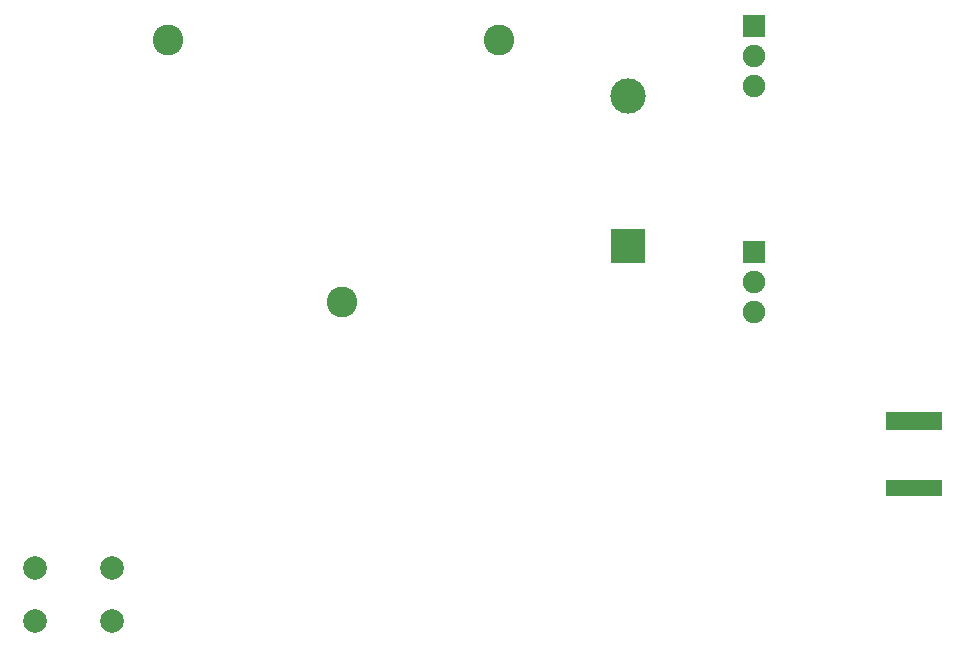
<source format=gbr>
%TF.GenerationSoftware,KiCad,Pcbnew,6.0.9-8da3e8f707~117~ubuntu22.04.1*%
%TF.CreationDate,2022-12-19T03:44:26-03:00*%
%TF.ProjectId,kiproject,6b697072-6f6a-4656-9374-2e6b69636164,rev?*%
%TF.SameCoordinates,Original*%
%TF.FileFunction,Soldermask,Bot*%
%TF.FilePolarity,Negative*%
%FSLAX46Y46*%
G04 Gerber Fmt 4.6, Leading zero omitted, Abs format (unit mm)*
G04 Created by KiCad (PCBNEW 6.0.9-8da3e8f707~117~ubuntu22.04.1) date 2022-12-19 03:44:26*
%MOMM*%
%LPD*%
G01*
G04 APERTURE LIST*
%ADD10C,2.000000*%
%ADD11C,2.600000*%
%ADD12R,3.000000X3.000000*%
%ADD13C,3.000000*%
%ADD14R,1.905000X1.905000*%
%ADD15C,1.905000*%
%ADD16R,4.700000X1.350000*%
%ADD17R,4.700000X1.500000*%
G04 APERTURE END LIST*
D10*
%TO.C,SW1*%
X46177200Y-84552400D03*
X39677200Y-84552400D03*
X39677200Y-89052400D03*
X46177200Y-89052400D03*
%TD*%
D11*
%TO.C,BT1*%
X78965200Y-39852400D03*
X50965200Y-39852400D03*
X65715200Y-62052400D03*
D12*
X89865200Y-57302400D03*
D13*
X89865200Y-44602400D03*
%TD*%
D14*
%TO.C,U1*%
X100533200Y-57861200D03*
D15*
X100533200Y-60401200D03*
X100533200Y-62941200D03*
%TD*%
D14*
%TO.C,U2*%
X100533200Y-38709600D03*
D15*
X100533200Y-41249600D03*
X100533200Y-43789600D03*
%TD*%
D16*
%TO.C,J1*%
X114076300Y-77805800D03*
D17*
X114076300Y-72155800D03*
%TD*%
M02*

</source>
